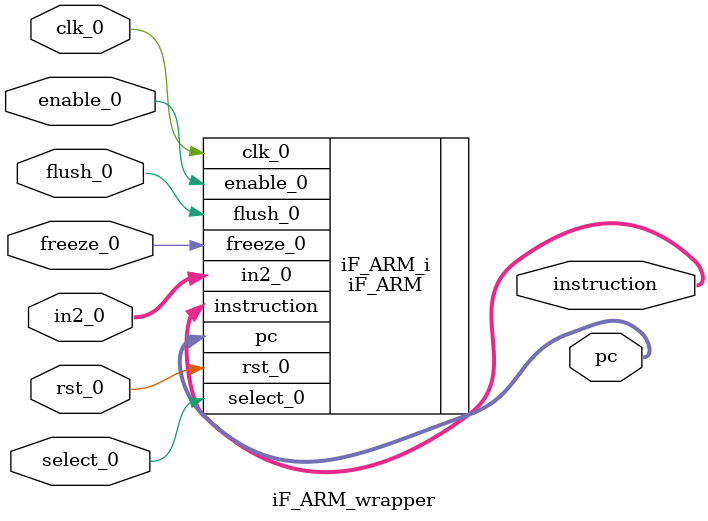
<source format=v>
`timescale 1 ps / 1 ps

module iF_ARM_wrapper
   (clk_0,
    enable_0,
    flush_0,
    freeze_0,
    in2_0,
    instruction,
    pc,
    rst_0,
    select_0);
  input clk_0;
  input enable_0;
  input flush_0;
  input freeze_0;
  input [31:0]in2_0;
  output [31:0]instruction;
  output [31:0]pc;
  input rst_0;
  input select_0;

  wire clk_0;
  wire enable_0;
  wire flush_0;
  wire freeze_0;
  wire [31:0]in2_0;
  wire [31:0]instruction;
  wire [31:0]pc;
  wire rst_0;
  wire select_0;

  iF_ARM iF_ARM_i
       (.clk_0(clk_0),
        .enable_0(enable_0),
        .flush_0(flush_0),
        .freeze_0(freeze_0),
        .in2_0(in2_0),
        .instruction(instruction),
        .pc(pc),
        .rst_0(rst_0),
        .select_0(select_0));
endmodule

</source>
